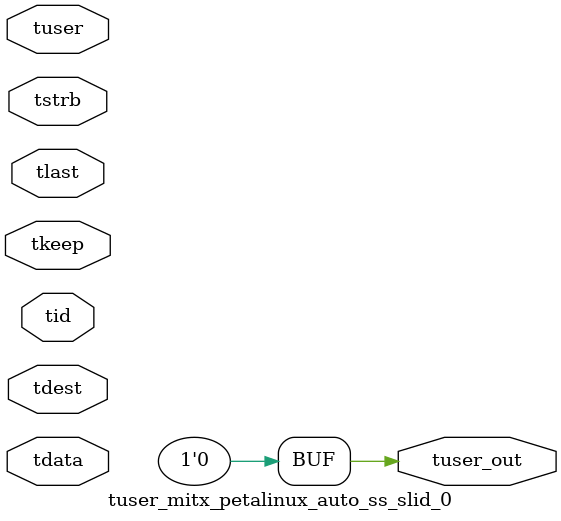
<source format=v>


`timescale 1ps/1ps

module tuser_mitx_petalinux_auto_ss_slid_0 #
(
parameter C_S_AXIS_TUSER_WIDTH = 1,
parameter C_S_AXIS_TDATA_WIDTH = 32,
parameter C_S_AXIS_TID_WIDTH   = 0,
parameter C_S_AXIS_TDEST_WIDTH = 0,
parameter C_M_AXIS_TUSER_WIDTH = 1
)
(
input  [(C_S_AXIS_TUSER_WIDTH == 0 ? 1 : C_S_AXIS_TUSER_WIDTH)-1:0     ] tuser,
input  [(C_S_AXIS_TDATA_WIDTH == 0 ? 1 : C_S_AXIS_TDATA_WIDTH)-1:0     ] tdata,
input  [(C_S_AXIS_TID_WIDTH   == 0 ? 1 : C_S_AXIS_TID_WIDTH)-1:0       ] tid,
input  [(C_S_AXIS_TDEST_WIDTH == 0 ? 1 : C_S_AXIS_TDEST_WIDTH)-1:0     ] tdest,
input  [(C_S_AXIS_TDATA_WIDTH/8)-1:0 ] tkeep,
input  [(C_S_AXIS_TDATA_WIDTH/8)-1:0 ] tstrb,
input                                                                    tlast,
output [C_M_AXIS_TUSER_WIDTH-1:0] tuser_out
);

assign tuser_out = {1'b0};

endmodule


</source>
